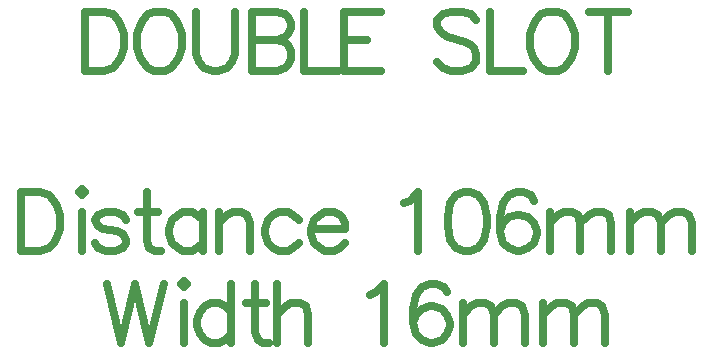
<source format=gto>
G04*
G04 #@! TF.GenerationSoftware,Altium Limited,Altium Designer,18.0.9 (584)*
G04*
G04 Layer_Color=65535*
%FSLAX25Y25*%
%MOIN*%
G70*
G01*
G75*
%ADD10C,0.02500*%
D10*
X400172Y546373D02*
Y526692D01*
Y546373D02*
X406732D01*
X409543Y545435D01*
X411418Y543561D01*
X412355Y541687D01*
X413292Y538875D01*
Y534189D01*
X412355Y531378D01*
X411418Y529503D01*
X409543Y527629D01*
X406732Y526692D01*
X400172D01*
X423320Y546373D02*
X421446Y545435D01*
X419571Y543561D01*
X418634Y541687D01*
X417697Y538875D01*
Y534189D01*
X418634Y531378D01*
X419571Y529503D01*
X421446Y527629D01*
X423320Y526692D01*
X427069D01*
X428943Y527629D01*
X430817Y529503D01*
X431754Y531378D01*
X432692Y534189D01*
Y538875D01*
X431754Y541687D01*
X430817Y543561D01*
X428943Y545435D01*
X427069Y546373D01*
X423320D01*
X437284D02*
Y532315D01*
X438221Y529503D01*
X440095Y527629D01*
X442907Y526692D01*
X444781D01*
X447593Y527629D01*
X449467Y529503D01*
X450404Y532315D01*
Y546373D01*
X455840D02*
Y526692D01*
Y546373D02*
X464275D01*
X467086Y545435D01*
X468023Y544498D01*
X468961Y542624D01*
Y540750D01*
X468023Y538875D01*
X467086Y537938D01*
X464275Y537001D01*
X455840D02*
X464275D01*
X467086Y536064D01*
X468023Y535126D01*
X468961Y533252D01*
Y530441D01*
X468023Y528566D01*
X467086Y527629D01*
X464275Y526692D01*
X455840D01*
X473365Y546373D02*
Y526692D01*
X484612D01*
X498950Y546373D02*
X486767D01*
Y526692D01*
X498950D01*
X486767Y537001D02*
X494264D01*
X530815Y543561D02*
X528940Y545435D01*
X526128Y546373D01*
X522380D01*
X519568Y545435D01*
X517694Y543561D01*
Y541687D01*
X518631Y539812D01*
X519568Y538875D01*
X521443Y537938D01*
X527066Y536064D01*
X528940Y535126D01*
X529877Y534189D01*
X530815Y532315D01*
Y529503D01*
X528940Y527629D01*
X526128Y526692D01*
X522380D01*
X519568Y527629D01*
X517694Y529503D01*
X535219Y546373D02*
Y526692D01*
X546465D01*
X554244Y546373D02*
X552370Y545435D01*
X550495Y543561D01*
X549558Y541687D01*
X548621Y538875D01*
Y534189D01*
X549558Y531378D01*
X550495Y529503D01*
X552370Y527629D01*
X554244Y526692D01*
X557993D01*
X559867Y527629D01*
X561741Y529503D01*
X562679Y531378D01*
X563616Y534189D01*
Y538875D01*
X562679Y541687D01*
X561741Y543561D01*
X559867Y545435D01*
X557993Y546373D01*
X554244D01*
X574768D02*
Y526692D01*
X568208Y546373D02*
X581328D01*
X378898Y486201D02*
Y466521D01*
Y486201D02*
X385458D01*
X388269Y485264D01*
X390144Y483390D01*
X391081Y481516D01*
X392018Y478704D01*
Y474018D01*
X391081Y471207D01*
X390144Y469332D01*
X388269Y467458D01*
X385458Y466521D01*
X378898D01*
X398297Y486201D02*
X399234Y485264D01*
X400172Y486201D01*
X399234Y487139D01*
X398297Y486201D01*
X399234Y479641D02*
Y466521D01*
X413948Y476830D02*
X413011Y478704D01*
X410199Y479641D01*
X407388D01*
X404576Y478704D01*
X403639Y476830D01*
X404576Y474955D01*
X406451Y474018D01*
X411137Y473081D01*
X413011Y472144D01*
X413948Y470269D01*
Y469332D01*
X413011Y467458D01*
X410199Y466521D01*
X407388D01*
X404576Y467458D01*
X403639Y469332D01*
X420883Y486201D02*
Y470269D01*
X421820Y467458D01*
X423695Y466521D01*
X425569D01*
X418072Y479641D02*
X424632D01*
X439627D02*
Y466521D01*
Y476830D02*
X437752Y478704D01*
X435878Y479641D01*
X433067D01*
X431192Y478704D01*
X429318Y476830D01*
X428381Y474018D01*
Y472144D01*
X429318Y469332D01*
X431192Y467458D01*
X433067Y466521D01*
X435878D01*
X437752Y467458D01*
X439627Y469332D01*
X444875Y479641D02*
Y466521D01*
Y475892D02*
X447687Y478704D01*
X449561Y479641D01*
X452373D01*
X454247Y478704D01*
X455184Y475892D01*
Y466521D01*
X471585Y476830D02*
X469710Y478704D01*
X467836Y479641D01*
X465024D01*
X463150Y478704D01*
X461276Y476830D01*
X460338Y474018D01*
Y472144D01*
X461276Y469332D01*
X463150Y467458D01*
X465024Y466521D01*
X467836D01*
X469710Y467458D01*
X471585Y469332D01*
X475802Y474018D02*
X487048D01*
Y475892D01*
X486111Y477767D01*
X485174Y478704D01*
X483299Y479641D01*
X480488D01*
X478614Y478704D01*
X476739Y476830D01*
X475802Y474018D01*
Y472144D01*
X476739Y469332D01*
X478614Y467458D01*
X480488Y466521D01*
X483299D01*
X485174Y467458D01*
X487048Y469332D01*
X506729Y482453D02*
X508603Y483390D01*
X511415Y486201D01*
Y466521D01*
X526785Y486201D02*
X523973Y485264D01*
X522099Y482453D01*
X521162Y477767D01*
Y474955D01*
X522099Y470269D01*
X523973Y467458D01*
X526785Y466521D01*
X528659D01*
X531470Y467458D01*
X533345Y470269D01*
X534282Y474955D01*
Y477767D01*
X533345Y482453D01*
X531470Y485264D01*
X528659Y486201D01*
X526785D01*
X549933Y483390D02*
X548996Y485264D01*
X546184Y486201D01*
X544310D01*
X541498Y485264D01*
X539624Y482453D01*
X538687Y477767D01*
Y473081D01*
X539624Y469332D01*
X541498Y467458D01*
X544310Y466521D01*
X545247D01*
X548059Y467458D01*
X549933Y469332D01*
X550870Y472144D01*
Y473081D01*
X549933Y475892D01*
X548059Y477767D01*
X545247Y478704D01*
X544310D01*
X541498Y477767D01*
X539624Y475892D01*
X538687Y473081D01*
X555181Y479641D02*
Y466521D01*
Y475892D02*
X557993Y478704D01*
X559867Y479641D01*
X562679D01*
X564553Y478704D01*
X565490Y475892D01*
Y466521D01*
Y475892D02*
X568302Y478704D01*
X570176Y479641D01*
X572988D01*
X574862Y478704D01*
X575799Y475892D01*
Y466521D01*
X581985Y479641D02*
Y466521D01*
Y475892D02*
X584796Y478704D01*
X586670Y479641D01*
X589482D01*
X591356Y478704D01*
X592294Y475892D01*
Y466521D01*
Y475892D02*
X595105Y478704D01*
X596979Y479641D01*
X599791D01*
X601665Y478704D01*
X602602Y475892D01*
Y466521D01*
X407763Y455647D02*
X412449Y435967D01*
X417135Y455647D02*
X412449Y435967D01*
X417135Y455647D02*
X421820Y435967D01*
X426506Y455647D02*
X421820Y435967D01*
X432317Y455647D02*
X433254Y454710D01*
X434191Y455647D01*
X433254Y456585D01*
X432317Y455647D01*
X433254Y449087D02*
Y435967D01*
X448905Y455647D02*
Y435967D01*
Y446276D02*
X447031Y448150D01*
X445156Y449087D01*
X442345D01*
X440470Y448150D01*
X438596Y446276D01*
X437659Y443464D01*
Y441590D01*
X438596Y438778D01*
X440470Y436904D01*
X442345Y435967D01*
X445156D01*
X447031Y436904D01*
X448905Y438778D01*
X456965Y455647D02*
Y439715D01*
X457902Y436904D01*
X459776Y435967D01*
X461651D01*
X454153Y449087D02*
X460713D01*
X464462Y455647D02*
Y435967D01*
Y445338D02*
X467274Y448150D01*
X469148Y449087D01*
X471960D01*
X473834Y448150D01*
X474771Y445338D01*
Y435967D01*
X495389Y451899D02*
X497263Y452836D01*
X500075Y455647D01*
Y435967D01*
X521068Y452836D02*
X520131Y454710D01*
X517319Y455647D01*
X515445D01*
X512633Y454710D01*
X510759Y451899D01*
X509822Y447213D01*
Y442527D01*
X510759Y438778D01*
X512633Y436904D01*
X515445Y435967D01*
X516382D01*
X519193Y436904D01*
X521068Y438778D01*
X522005Y441590D01*
Y442527D01*
X521068Y445338D01*
X519193Y447213D01*
X516382Y448150D01*
X515445D01*
X512633Y447213D01*
X510759Y445338D01*
X509822Y442527D01*
X526316Y449087D02*
Y435967D01*
Y445338D02*
X529128Y448150D01*
X531002Y449087D01*
X533813D01*
X535688Y448150D01*
X536625Y445338D01*
Y435967D01*
Y445338D02*
X539436Y448150D01*
X541311Y449087D01*
X544122D01*
X545997Y448150D01*
X546934Y445338D01*
Y435967D01*
X553119Y449087D02*
Y435967D01*
Y445338D02*
X555931Y448150D01*
X557805Y449087D01*
X560617D01*
X562491Y448150D01*
X563428Y445338D01*
Y435967D01*
Y445338D02*
X566240Y448150D01*
X568114Y449087D01*
X570926D01*
X572800Y448150D01*
X573737Y445338D01*
Y435967D01*
M02*

</source>
